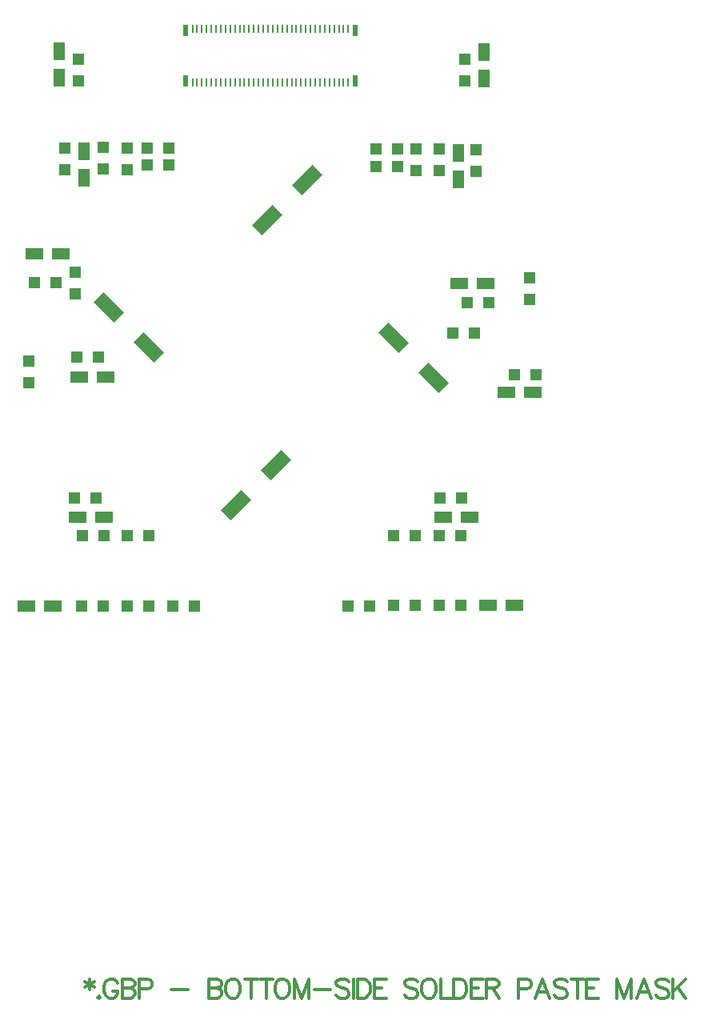
<source format=gbr>
G04 Layer_Color=128*
%FSLAX26Y26*%
%MOIN*%
%TF.FileFunction,Paste,Bot*%
%TF.Part,Single*%
G01*
G75*
%TA.AperFunction,SMDPad,CuDef*%
%ADD46R,0.050000X0.050000*%
%ADD47R,0.050000X0.050000*%
%ADD48R,0.048000X0.078000*%
%ADD49R,0.078000X0.048000*%
%ADD50R,0.009842X0.035433*%
%ADD51R,0.023622X0.051181*%
G04:AMPARAMS|DCode=52|XSize=59.055mil|YSize=118.11mil|CornerRadius=0mil|HoleSize=0mil|Usage=FLASHONLY|Rotation=225.000|XOffset=0mil|YOffset=0mil|HoleType=Round|Shape=Rectangle|*
%AMROTATEDRECTD52*
4,1,4,-0.020879,0.062637,0.062637,-0.020879,0.020879,-0.062637,-0.062637,0.020879,-0.020879,0.062637,0.0*
%
%ADD52ROTATEDRECTD52*%

G04:AMPARAMS|DCode=53|XSize=59.055mil|YSize=118.11mil|CornerRadius=0mil|HoleSize=0mil|Usage=FLASHONLY|Rotation=135.000|XOffset=0mil|YOffset=0mil|HoleType=Round|Shape=Rectangle|*
%AMROTATEDRECTD53*
4,1,4,0.062637,0.020879,-0.020879,-0.062637,-0.062637,-0.020879,0.020879,0.062637,0.062637,0.020879,0.0*
%
%ADD53ROTATEDRECTD53*%

%TA.AperFunction,NonConductor*%
%ADD56C,0.012000*%
D46*
X1746000Y2039999D02*
D03*
X1656000D02*
D03*
X1746001Y1968000D02*
D03*
X1656001D02*
D03*
X1975001Y1272999D02*
D03*
X2065001D02*
D03*
X2012000Y586000D02*
D03*
X1922000D02*
D03*
X521000Y430000D02*
D03*
X431000D02*
D03*
X1920000Y430000D02*
D03*
X2010000D02*
D03*
X701000Y2045001D02*
D03*
X791000D02*
D03*
X619510Y137000D02*
D03*
X710000D02*
D03*
X1820000Y140000D02*
D03*
X1730000D02*
D03*
X409150Y1175001D02*
D03*
X499150D02*
D03*
X1920000Y140000D02*
D03*
X2010000D02*
D03*
X520000Y137000D02*
D03*
X430000D02*
D03*
X1629000Y137000D02*
D03*
X1538999D02*
D03*
X809490Y136000D02*
D03*
X899000D02*
D03*
X701000Y1975001D02*
D03*
X791000D02*
D03*
X1820000Y430000D02*
D03*
X1730000D02*
D03*
X620500D02*
D03*
X710500D02*
D03*
X324000Y1484000D02*
D03*
X234000D02*
D03*
X2232000Y1102000D02*
D03*
X2322000D02*
D03*
X2035000Y1401000D02*
D03*
X2125000D02*
D03*
X399000Y586000D02*
D03*
X489000D02*
D03*
D47*
X1920000Y2039999D02*
D03*
Y1949999D02*
D03*
X2073017Y1949000D02*
D03*
Y2039000D02*
D03*
X2025000Y2322999D02*
D03*
Y2412999D02*
D03*
X402000Y1529000D02*
D03*
Y1439000D02*
D03*
X209378Y1068000D02*
D03*
Y1158000D02*
D03*
X2297000Y1504000D02*
D03*
Y1414000D02*
D03*
X520490Y2045999D02*
D03*
Y1955999D02*
D03*
X1820999Y2039921D02*
D03*
Y1949921D02*
D03*
X620490Y2045000D02*
D03*
Y1955000D02*
D03*
X417000Y2414999D02*
D03*
Y2324999D02*
D03*
X359000Y1954000D02*
D03*
Y2044000D02*
D03*
D48*
X1999001Y2025000D02*
D03*
Y1915000D02*
D03*
X2107001Y2334000D02*
D03*
Y2444000D02*
D03*
X440000Y2031000D02*
D03*
Y1921000D02*
D03*
X335000Y2339000D02*
D03*
Y2449000D02*
D03*
D49*
X521000Y508086D02*
D03*
X411000D02*
D03*
X1935999Y508085D02*
D03*
X2045999D02*
D03*
X2308000Y1027999D02*
D03*
X2198000D02*
D03*
X233000Y1605001D02*
D03*
X343000D02*
D03*
X530000Y1091000D02*
D03*
X420000D02*
D03*
X2003000Y1482000D02*
D03*
X2113000D02*
D03*
X198000Y137000D02*
D03*
X308000D02*
D03*
X2231999Y140000D02*
D03*
X2121999D02*
D03*
D50*
X1087678Y2541340D02*
D03*
X890826D02*
D03*
X910512D02*
D03*
X930196D02*
D03*
X949882D02*
D03*
X969566D02*
D03*
X989252D02*
D03*
X1008938D02*
D03*
X1028622D02*
D03*
X1048308D02*
D03*
X1067992D02*
D03*
X1107362D02*
D03*
X1127048D02*
D03*
X1146732D02*
D03*
X1166418D02*
D03*
X1186102D02*
D03*
X1205788D02*
D03*
X1225472D02*
D03*
X1245158D02*
D03*
X1264842D02*
D03*
X1284528D02*
D03*
X1304212D02*
D03*
X1323898D02*
D03*
X1343582D02*
D03*
X1363268D02*
D03*
X1382952D02*
D03*
X1402638D02*
D03*
X1422322D02*
D03*
X1442008D02*
D03*
X1461692D02*
D03*
X1481378D02*
D03*
X1501064D02*
D03*
X1520748D02*
D03*
X1540434D02*
D03*
D03*
X890826Y2316930D02*
D03*
X910512D02*
D03*
X930196D02*
D03*
X949882D02*
D03*
X969566D02*
D03*
X989252D02*
D03*
X1008938D02*
D03*
X1028622D02*
D03*
X1048308D02*
D03*
X1067992D02*
D03*
X1087678D02*
D03*
X1107362D02*
D03*
X1127048D02*
D03*
X1146732D02*
D03*
X1166418D02*
D03*
X1186102D02*
D03*
X1205788D02*
D03*
X1225472D02*
D03*
X1245158D02*
D03*
X1264842D02*
D03*
X1284528D02*
D03*
X1304212D02*
D03*
X1323898D02*
D03*
X1343582D02*
D03*
X1363268D02*
D03*
X1382952D02*
D03*
X1402638D02*
D03*
X1422322D02*
D03*
X1442008D02*
D03*
X1461692D02*
D03*
X1481378D02*
D03*
X1501064D02*
D03*
X1520748D02*
D03*
X1540434D02*
D03*
D51*
X1569960Y2324803D02*
D03*
Y2533465D02*
D03*
X861300D02*
D03*
Y2324803D02*
D03*
D52*
X1730244Y1253419D02*
D03*
X1897278Y1086386D02*
D03*
X710702Y1215085D02*
D03*
X543668Y1382118D02*
D03*
D53*
X1239640Y724481D02*
D03*
X1072606Y557447D02*
D03*
X1201306Y1744024D02*
D03*
X1368340Y1911055D02*
D03*
D56*
X461949Y-1415033D02*
Y-1460738D01*
X442906Y-1426459D02*
X480993Y-1449312D01*
Y-1426459D02*
X442906Y-1449312D01*
X501179Y-1487399D02*
X497370Y-1491207D01*
X501179Y-1495016D01*
X504987Y-1491207D01*
X501179Y-1487399D01*
X579638Y-1434077D02*
X575829Y-1426459D01*
X568212Y-1418842D01*
X560595Y-1415033D01*
X545360D01*
X537742Y-1418842D01*
X530125Y-1426459D01*
X526316Y-1434077D01*
X522508Y-1445503D01*
Y-1464546D01*
X526316Y-1475973D01*
X530125Y-1483590D01*
X537742Y-1491207D01*
X545360Y-1495016D01*
X560595D01*
X568212Y-1491207D01*
X575829Y-1483590D01*
X579638Y-1475973D01*
Y-1464546D01*
X560595D02*
X579638D01*
X597920Y-1415033D02*
Y-1495016D01*
Y-1415033D02*
X632198D01*
X643624Y-1418842D01*
X647433Y-1422651D01*
X651242Y-1430268D01*
Y-1437885D01*
X647433Y-1445503D01*
X643624Y-1449312D01*
X632198Y-1453120D01*
X597920D02*
X632198D01*
X643624Y-1456929D01*
X647433Y-1460738D01*
X651242Y-1468355D01*
Y-1479781D01*
X647433Y-1487399D01*
X643624Y-1491207D01*
X632198Y-1495016D01*
X597920D01*
X669143Y-1456929D02*
X703421D01*
X714847Y-1453120D01*
X718656Y-1449312D01*
X722465Y-1441694D01*
Y-1430268D01*
X718656Y-1422651D01*
X714847Y-1418842D01*
X703421Y-1415033D01*
X669143D01*
Y-1495016D01*
X803209Y-1460738D02*
X871766D01*
X958224Y-1415033D02*
Y-1495016D01*
Y-1415033D02*
X992502D01*
X1003928Y-1418842D01*
X1007737Y-1422651D01*
X1011545Y-1430268D01*
Y-1437885D01*
X1007737Y-1445503D01*
X1003928Y-1449312D01*
X992502Y-1453120D01*
X958224D02*
X992502D01*
X1003928Y-1456929D01*
X1007737Y-1460738D01*
X1011545Y-1468355D01*
Y-1479781D01*
X1007737Y-1487399D01*
X1003928Y-1491207D01*
X992502Y-1495016D01*
X958224D01*
X1052299Y-1415033D02*
X1044681Y-1418842D01*
X1037064Y-1426459D01*
X1033255Y-1434077D01*
X1029446Y-1445503D01*
Y-1464546D01*
X1033255Y-1475973D01*
X1037064Y-1483590D01*
X1044681Y-1491207D01*
X1052299Y-1495016D01*
X1067534D01*
X1075151Y-1491207D01*
X1082768Y-1483590D01*
X1086577Y-1475973D01*
X1090386Y-1464546D01*
Y-1445503D01*
X1086577Y-1434077D01*
X1082768Y-1426459D01*
X1075151Y-1418842D01*
X1067534Y-1415033D01*
X1052299D01*
X1135709D02*
Y-1495016D01*
X1109048Y-1415033D02*
X1162370D01*
X1198553D02*
Y-1495016D01*
X1171892Y-1415033D02*
X1225214D01*
X1257588D02*
X1249971Y-1418842D01*
X1242353Y-1426459D01*
X1238544Y-1434077D01*
X1234736Y-1445503D01*
Y-1464546D01*
X1238544Y-1475973D01*
X1242353Y-1483590D01*
X1249971Y-1491207D01*
X1257588Y-1495016D01*
X1272823D01*
X1280440Y-1491207D01*
X1288058Y-1483590D01*
X1291866Y-1475973D01*
X1295675Y-1464546D01*
Y-1445503D01*
X1291866Y-1434077D01*
X1288058Y-1426459D01*
X1280440Y-1418842D01*
X1272823Y-1415033D01*
X1257588D01*
X1314338D02*
Y-1495016D01*
Y-1415033D02*
X1344807Y-1495016D01*
X1375277Y-1415033D02*
X1344807Y-1495016D01*
X1375277Y-1415033D02*
Y-1495016D01*
X1398129Y-1460738D02*
X1466686D01*
X1543622Y-1426459D02*
X1536005Y-1418842D01*
X1524579Y-1415033D01*
X1509344D01*
X1497918Y-1418842D01*
X1490300Y-1426459D01*
Y-1434077D01*
X1494109Y-1441694D01*
X1497918Y-1445503D01*
X1505535Y-1449312D01*
X1528387Y-1456929D01*
X1536005Y-1460738D01*
X1539813Y-1464546D01*
X1543622Y-1472164D01*
Y-1483590D01*
X1536005Y-1491207D01*
X1524579Y-1495016D01*
X1509344D01*
X1497918Y-1491207D01*
X1490300Y-1483590D01*
X1561523Y-1415033D02*
Y-1495016D01*
X1578281Y-1415033D02*
Y-1495016D01*
Y-1415033D02*
X1604942D01*
X1616368Y-1418842D01*
X1623986Y-1426459D01*
X1627794Y-1434077D01*
X1631603Y-1445503D01*
Y-1464546D01*
X1627794Y-1475973D01*
X1623986Y-1483590D01*
X1616368Y-1491207D01*
X1604942Y-1495016D01*
X1578281D01*
X1699017Y-1415033D02*
X1649504D01*
Y-1495016D01*
X1699017D01*
X1649504Y-1453120D02*
X1679974D01*
X1828513Y-1426459D02*
X1820896Y-1418842D01*
X1809470Y-1415033D01*
X1794235D01*
X1782809Y-1418842D01*
X1775191Y-1426459D01*
Y-1434077D01*
X1779000Y-1441694D01*
X1782809Y-1445503D01*
X1790426Y-1449312D01*
X1813278Y-1456929D01*
X1820896Y-1460738D01*
X1824705Y-1464546D01*
X1828513Y-1472164D01*
Y-1483590D01*
X1820896Y-1491207D01*
X1809470Y-1495016D01*
X1794235D01*
X1782809Y-1491207D01*
X1775191Y-1483590D01*
X1869266Y-1415033D02*
X1861649Y-1418842D01*
X1854032Y-1426459D01*
X1850223Y-1434077D01*
X1846414Y-1445503D01*
Y-1464546D01*
X1850223Y-1475973D01*
X1854032Y-1483590D01*
X1861649Y-1491207D01*
X1869266Y-1495016D01*
X1884501D01*
X1892119Y-1491207D01*
X1899736Y-1483590D01*
X1903545Y-1475973D01*
X1907353Y-1464546D01*
Y-1445503D01*
X1903545Y-1434077D01*
X1899736Y-1426459D01*
X1892119Y-1418842D01*
X1884501Y-1415033D01*
X1869266D01*
X1926016D02*
Y-1495016D01*
X1971721D01*
X1980481Y-1415033D02*
Y-1495016D01*
Y-1415033D02*
X2007142D01*
X2018568Y-1418842D01*
X2026185Y-1426459D01*
X2029994Y-1434077D01*
X2033803Y-1445503D01*
Y-1464546D01*
X2029994Y-1475973D01*
X2026185Y-1483590D01*
X2018568Y-1491207D01*
X2007142Y-1495016D01*
X1980481D01*
X2101217Y-1415033D02*
X2051704D01*
Y-1495016D01*
X2101217D01*
X2051704Y-1453120D02*
X2082173D01*
X2114547Y-1415033D02*
Y-1495016D01*
Y-1415033D02*
X2148826D01*
X2160252Y-1418842D01*
X2164060Y-1422651D01*
X2167869Y-1430268D01*
Y-1437885D01*
X2164060Y-1445503D01*
X2160252Y-1449312D01*
X2148826Y-1453120D01*
X2114547D01*
X2141208D02*
X2167869Y-1495016D01*
X2248614Y-1456929D02*
X2282892D01*
X2294318Y-1453120D01*
X2298127Y-1449312D01*
X2301936Y-1441694D01*
Y-1430268D01*
X2298127Y-1422651D01*
X2294318Y-1418842D01*
X2282892Y-1415033D01*
X2248614D01*
Y-1495016D01*
X2380776D02*
X2350306Y-1415033D01*
X2319836Y-1495016D01*
X2331263Y-1468355D02*
X2369350D01*
X2452760Y-1426459D02*
X2445143Y-1418842D01*
X2433717Y-1415033D01*
X2418482D01*
X2407056Y-1418842D01*
X2399439Y-1426459D01*
Y-1434077D01*
X2403247Y-1441694D01*
X2407056Y-1445503D01*
X2414673Y-1449312D01*
X2437526Y-1456929D01*
X2445143Y-1460738D01*
X2448952Y-1464546D01*
X2452760Y-1472164D01*
Y-1483590D01*
X2445143Y-1491207D01*
X2433717Y-1495016D01*
X2418482D01*
X2407056Y-1491207D01*
X2399439Y-1483590D01*
X2497322Y-1415033D02*
Y-1495016D01*
X2470661Y-1415033D02*
X2523983D01*
X2583018D02*
X2533505D01*
Y-1495016D01*
X2583018D01*
X2533505Y-1453120D02*
X2563975D01*
X2659192Y-1415033D02*
Y-1495016D01*
Y-1415033D02*
X2689662Y-1495016D01*
X2720132Y-1415033D02*
X2689662Y-1495016D01*
X2720132Y-1415033D02*
Y-1495016D01*
X2803923D02*
X2773454Y-1415033D01*
X2742984Y-1495016D01*
X2754410Y-1468355D02*
X2792497D01*
X2875908Y-1426459D02*
X2868291Y-1418842D01*
X2856864Y-1415033D01*
X2841630D01*
X2830203Y-1418842D01*
X2822586Y-1426459D01*
Y-1434077D01*
X2826395Y-1441694D01*
X2830203Y-1445503D01*
X2837821Y-1449312D01*
X2860673Y-1456929D01*
X2868291Y-1460738D01*
X2872099Y-1464546D01*
X2875908Y-1472164D01*
Y-1483590D01*
X2868291Y-1491207D01*
X2856864Y-1495016D01*
X2841630D01*
X2830203Y-1491207D01*
X2822586Y-1483590D01*
X2893809Y-1415033D02*
Y-1495016D01*
X2947131Y-1415033D02*
X2893809Y-1468355D01*
X2912852Y-1449312D02*
X2947131Y-1495016D01*
%TF.MD5,32266FAA46E8461AC269D569892C1661*%
M02*

</source>
